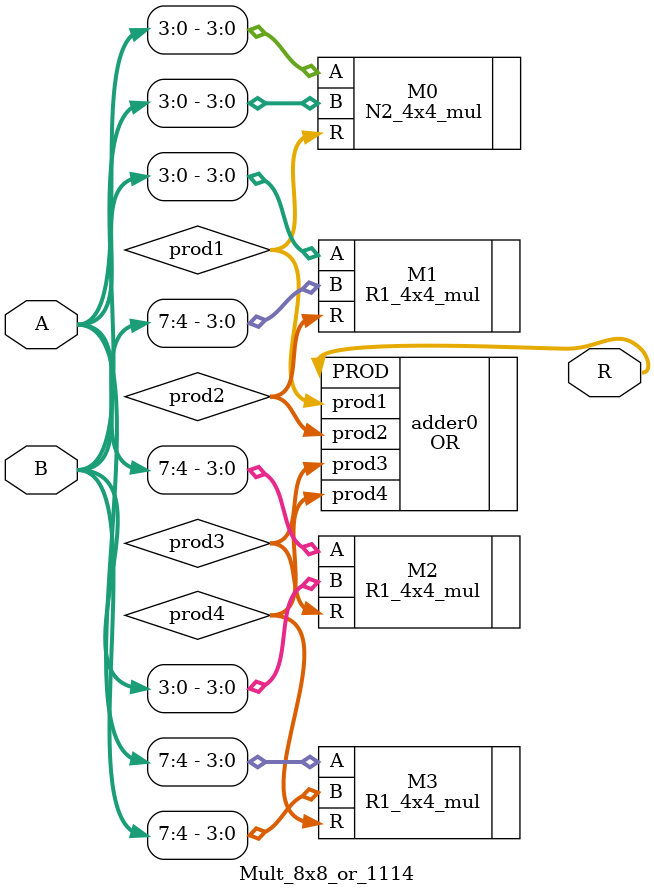
<source format=v>
module Mult_8x8_or_1114(
input [7:0] A,
input [7:0] B,
output [15:0]R
);
wire [7:0]prod1;
wire [7:0]prod2;
wire [7:0]prod3;
wire [7:0]prod4;

N2_4x4_mul M0(.A(A[3:0]),.B(B[3:0]),.R(prod1));
R1_4x4_mul M1(.A(A[3:0]),.B(B[7:4]),.R(prod2));
R1_4x4_mul M2(.A(A[7:4]),.B(B[3:0]),.R(prod3));
R1_4x4_mul M3(.A(A[7:4]),.B(B[7:4]),.R(prod4));
OR adder0(.prod1(prod1),.prod2(prod2),.prod3(prod3),.prod4(prod4),.PROD(R));
endmodule

</source>
